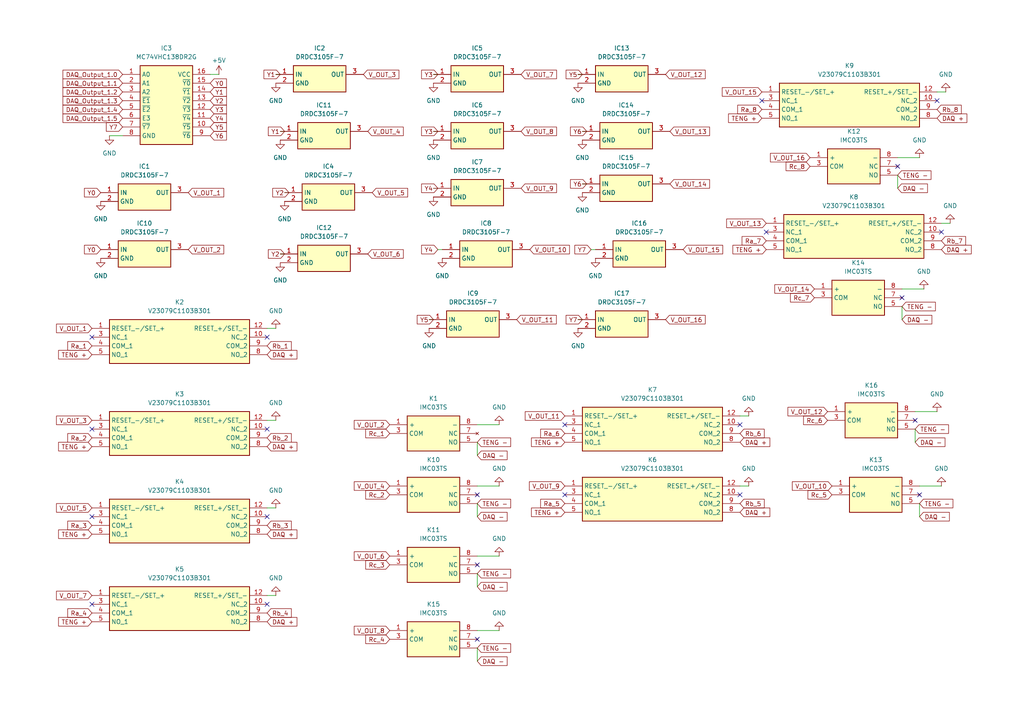
<source format=kicad_sch>
(kicad_sch (version 20231120) (generator "eeschema") (generator_version "8.0")
  (paper "A4")
  (no_connect (at 77.47 124.46))
  (no_connect (at 26.67 124.46))
  (no_connect (at 222.25 67.31))
  (no_connect (at 77.47 175.26))
  (no_connect (at 220.98 29.21))
  (no_connect (at 273.05 67.31))
  (no_connect (at 261.62 86.36))
  (no_connect (at 138.43 143.51))
  (no_connect (at 163.83 123.19))
  (no_connect (at 77.47 149.86))
  (no_connect (at 26.67 175.26))
  (no_connect (at 265.43 121.92))
  (no_connect (at 214.63 143.51))
  (no_connect (at 266.7 143.51))
  (no_connect (at 26.67 149.86))
  (no_connect (at 260.35 48.26))
  (no_connect (at 271.78 29.21))
  (no_connect (at 138.43 185.42))
  (no_connect (at 77.47 97.79))
  (no_connect (at 26.67 97.79))
  (no_connect (at 163.83 143.51))
  (no_connect (at 138.43 163.83))
  (no_connect (at 214.63 123.19))
  (wire (pts (xy 267.97 83.82) (xy 261.62 83.82)))
  (wire (pts (xy 261.62 92.71) (xy 261.62 88.9)))
  (wire (pts (xy 80.01 95.25) (xy 77.47 95.25)))
  (wire (pts (xy 80.01 147.32) (xy 77.47 147.32)))
  (wire (pts (xy 35.56 39.37) (xy 31.75 39.37)))
  (wire (pts (xy 82.55 73.66) (xy 81.28 73.66)))
  (wire (pts (xy 144.78 182.88) (xy 138.43 182.88)))
  (wire (pts (xy 274.32 26.67) (xy 271.78 26.67)))
  (wire (pts (xy 138.43 191.77) (xy 138.43 187.96)))
  (wire (pts (xy 127 72.39) (xy 128.27 72.39)))
  (wire (pts (xy 265.43 128.27) (xy 265.43 124.46)))
  (wire (pts (xy 125.73 92.71) (xy 124.46 92.71)))
  (wire (pts (xy 168.91 92.71) (xy 167.64 92.71)))
  (wire (pts (xy 81.28 21.59) (xy 80.01 21.59)))
  (wire (pts (xy 83.82 55.88) (xy 82.55 55.88)))
  (wire (pts (xy 138.43 170.18) (xy 138.43 166.37)))
  (wire (pts (xy 60.96 21.59) (xy 63.5 21.59)))
  (wire (pts (xy 266.7 149.86) (xy 266.7 146.05)))
  (wire (pts (xy 260.35 54.61) (xy 260.35 50.8)))
  (wire (pts (xy 217.17 120.65) (xy 214.63 120.65)))
  (wire (pts (xy 273.05 140.97) (xy 266.7 140.97)))
  (wire (pts (xy 127 54.61) (xy 125.73 54.61)))
  (wire (pts (xy 82.55 38.1) (xy 81.28 38.1)))
  (wire (pts (xy 171.45 72.39) (xy 172.72 72.39)))
  (wire (pts (xy 170.18 38.1) (xy 168.91 38.1)))
  (wire (pts (xy 138.43 132.08) (xy 138.43 128.27)))
  (wire (pts (xy 144.78 140.97) (xy 138.43 140.97)))
  (wire (pts (xy 271.78 119.38) (xy 265.43 119.38)))
  (wire (pts (xy 127 38.1) (xy 125.73 38.1)))
  (wire (pts (xy 80.01 121.92) (xy 77.47 121.92)))
  (wire (pts (xy 144.78 161.29) (xy 138.43 161.29)))
  (wire (pts (xy 168.91 21.59) (xy 167.64 21.59)))
  (wire (pts (xy 127 21.59) (xy 125.73 21.59)))
  (wire (pts (xy 170.18 53.34) (xy 168.91 53.34)))
  (wire (pts (xy 144.78 123.19) (xy 138.43 123.19)))
  (wire (pts (xy 275.59 64.77) (xy 273.05 64.77)))
  (wire (pts (xy 80.01 172.72) (xy 77.47 172.72)))
  (wire (pts (xy 138.43 149.86) (xy 138.43 146.05)))
  (wire (pts (xy 217.17 140.97) (xy 214.63 140.97)))
  (wire (pts (xy 266.7 45.72) (xy 260.35 45.72)))
  (global_label "Rc_7" (shape input) (at 236.22 86.36 180) (property "Intersheetrefs" "${INTERSHEET_REFS}" (effects (hide yes))))
  (global_label "Y3" (shape input) (at 127 38.1 180) (property "Intersheetrefs" "${INTERSHEET_REFS}" (effects (hide yes))))
  (global_label "V_OUT_13" (shape input) (at 222.25 64.77 180) (property "Intersheetrefs" "${INTERSHEET_REFS}" (effects (hide yes))))
  (global_label "Y7" (shape input) (at 168.91 92.71 180) (property "Intersheetrefs" "${INTERSHEET_REFS}" (effects (hide yes))))
  (global_label "Y2" (shape input) (at 60.96 29.21 0) (property "Intersheetrefs" "${INTERSHEET_REFS}" (effects (hide yes))))
  (global_label "V_OUT_8" (shape input) (at 113.03 182.88 180) (property "Intersheetrefs" "${INTERSHEET_REFS}" (effects (hide yes))))
  (global_label "V_OUT_3" (shape input) (at 26.67 121.92 180) (property "Intersheetrefs" "${INTERSHEET_REFS}" (effects (hide yes))))
  (global_label "TENG -" (shape input) (at 138.43 128.27 0) (property "Intersheetrefs" "${INTERSHEET_REFS}" (effects (hide yes))))
  (global_label "Ra_5" (shape input) (at 163.83 146.05 180) (property "Intersheetrefs" "${INTERSHEET_REFS}" (effects (hide yes))))
  (global_label "TENG +" (shape input) (at 222.25 72.39 180) (property "Intersheetrefs" "${INTERSHEET_REFS}" (effects (hide yes))))
  (global_label "DAQ_Output_1.2" (shape input) (at 35.56 26.67 180) (property "Intersheetrefs" "${INTERSHEET_REFS}" (effects (hide yes))))
  (global_label "V_OUT_5" (shape input) (at 107.95 55.88 0) (property "Intersheetrefs" "${INTERSHEET_REFS}" (effects (hide yes))))
  (global_label "Y1" (shape input) (at 82.55 38.1 180) (property "Intersheetrefs" "${INTERSHEET_REFS}" (effects (hide yes))))
  (global_label "DAQ -" (shape input) (at 265.43 128.27 0) (property "Intersheetrefs" "${INTERSHEET_REFS}" (effects (hide yes))))
  (global_label "Y6" (shape input) (at 170.18 53.34 180) (property "Intersheetrefs" "${INTERSHEET_REFS}" (effects (hide yes))))
  (global_label "TENG -" (shape input) (at 265.43 124.46 0) (property "Intersheetrefs" "${INTERSHEET_REFS}" (effects (hide yes))))
  (global_label "V_OUT_12" (shape input) (at 240.03 119.38 180) (property "Intersheetrefs" "${INTERSHEET_REFS}" (effects (hide yes))))
  (global_label "Y2" (shape input) (at 83.82 55.88 180) (property "Intersheetrefs" "${INTERSHEET_REFS}" (effects (hide yes))))
  (global_label "TENG +" (shape input) (at 220.98 34.29 180) (property "Intersheetrefs" "${INTERSHEET_REFS}" (effects (hide yes))))
  (global_label "Y3" (shape input) (at 127 21.59 180) (property "Intersheetrefs" "${INTERSHEET_REFS}" (effects (hide yes))))
  (global_label "DAQ +" (shape input) (at 77.47 154.94 0) (property "Intersheetrefs" "${INTERSHEET_REFS}" (effects (hide yes))))
  (global_label "Rc_8" (shape input) (at 234.95 48.26 180) (property "Intersheetrefs" "${INTERSHEET_REFS}" (effects (hide yes))))
  (global_label "Rc_3" (shape input) (at 113.03 163.83 180) (property "Intersheetrefs" "${INTERSHEET_REFS}" (effects (hide yes))))
  (global_label "V_OUT_8" (shape input) (at 151.13 38.1 0) (property "Intersheetrefs" "${INTERSHEET_REFS}" (effects (hide yes))))
  (global_label "Y0" (shape input) (at 29.21 55.88 180) (property "Intersheetrefs" "${INTERSHEET_REFS}" (effects (hide yes))))
  (global_label "V_OUT_11" (shape input) (at 149.86 92.71 0) (property "Intersheetrefs" "${INTERSHEET_REFS}" (effects (hide yes))))
  (global_label "TENG -" (shape input) (at 266.7 146.05 0) (property "Intersheetrefs" "${INTERSHEET_REFS}" (effects (hide yes))))
  (global_label "Y1" (shape input) (at 60.96 26.67 0) (property "Intersheetrefs" "${INTERSHEET_REFS}" (effects (hide yes))))
  (global_label "DAQ +" (shape input) (at 214.63 128.27 0) (property "Intersheetrefs" "${INTERSHEET_REFS}" (effects (hide yes))))
  (global_label "Rb_7" (shape input) (at 273.05 69.85 0) (property "Intersheetrefs" "${INTERSHEET_REFS}" (effects (hide yes))))
  (global_label "TENG -" (shape input) (at 260.35 50.8 0) (property "Intersheetrefs" "${INTERSHEET_REFS}" (effects (hide yes))))
  (global_label "V_OUT_7" (shape input) (at 26.67 172.72 180) (property "Intersheetrefs" "${INTERSHEET_REFS}" (effects (hide yes))))
  (global_label "Ra_8" (shape input) (at 220.98 31.75 180) (property "Intersheetrefs" "${INTERSHEET_REFS}" (effects (hide yes))))
  (global_label "DAQ -" (shape input) (at 138.43 191.77 0) (property "Intersheetrefs" "${INTERSHEET_REFS}" (effects (hide yes))))
  (global_label "TENG +" (shape input) (at 26.67 102.87 180) (property "Intersheetrefs" "${INTERSHEET_REFS}" (effects (hide yes))))
  (global_label "V_OUT_15" (shape input) (at 220.98 26.67 180) (property "Intersheetrefs" "${INTERSHEET_REFS}" (effects (hide yes))))
  (global_label "Ra_1" (shape input) (at 26.67 100.33 180) (property "Intersheetrefs" "${INTERSHEET_REFS}" (effects (hide yes))))
  (global_label "Rc_6" (shape input) (at 240.03 121.92 180) (property "Intersheetrefs" "${INTERSHEET_REFS}" (effects (hide yes))))
  (global_label "Ra_4" (shape input) (at 26.67 177.8 180) (property "Intersheetrefs" "${INTERSHEET_REFS}" (effects (hide yes))))
  (global_label "DAQ_Output_1.0" (shape input) (at 35.56 21.59 180) (property "Intersheetrefs" "${INTERSHEET_REFS}" (effects (hide yes))))
  (global_label "V_OUT_13" (shape input) (at 194.31 38.1 0) (property "Intersheetrefs" "${INTERSHEET_REFS}" (effects (hide yes))))
  (global_label "TENG -" (shape input) (at 138.43 166.37 0) (property "Intersheetrefs" "${INTERSHEET_REFS}" (effects (hide yes))))
  (global_label "DAQ +" (shape input) (at 77.47 129.54 0) (property "Intersheetrefs" "${INTERSHEET_REFS}" (effects (hide yes))))
  (global_label "V_OUT_11" (shape input) (at 163.83 120.65 180) (property "Intersheetrefs" "${INTERSHEET_REFS}" (effects (hide yes))))
  (global_label "Rc_4" (shape input) (at 113.03 185.42 180) (property "Intersheetrefs" "${INTERSHEET_REFS}" (effects (hide yes))))
  (global_label "DAQ_Output_1.4" (shape input) (at 35.56 31.75 180) (property "Intersheetrefs" "${INTERSHEET_REFS}" (effects (hide yes))))
  (global_label "V_OUT_1" (shape input) (at 26.67 95.25 180) (property "Intersheetrefs" "${INTERSHEET_REFS}" (effects (hide yes))))
  (global_label "V_OUT_9" (shape input) (at 151.13 54.61 0) (property "Intersheetrefs" "${INTERSHEET_REFS}" (effects (hide yes))))
  (global_label "Rc_1" (shape input) (at 113.03 125.73 180) (property "Intersheetrefs" "${INTERSHEET_REFS}" (effects (hide yes))))
  (global_label "DAQ_Output_1.1" (shape input) (at 35.56 24.13 180) (property "Intersheetrefs" "${INTERSHEET_REFS}" (effects (hide yes))))
  (global_label "Rb_3" (shape input) (at 77.47 152.4 0) (property "Intersheetrefs" "${INTERSHEET_REFS}" (effects (hide yes))))
  (global_label "Y2" (shape input) (at 82.55 73.66 180) (property "Intersheetrefs" "${INTERSHEET_REFS}" (effects (hide yes))))
  (global_label "DAQ -" (shape input) (at 260.35 54.61 0) (property "Intersheetrefs" "${INTERSHEET_REFS}" (effects (hide yes))))
  (global_label "V_OUT_16" (shape input) (at 234.95 45.72 180) (property "Intersheetrefs" "${INTERSHEET_REFS}" (effects (hide yes))))
  (global_label "DAQ -" (shape input) (at 138.43 132.08 0) (property "Intersheetrefs" "${INTERSHEET_REFS}" (effects (hide yes))))
  (global_label "V_OUT_4" (shape input) (at 113.03 140.97 180) (property "Intersheetrefs" "${INTERSHEET_REFS}" (effects (hide yes))))
  (global_label "V_OUT_5" (shape input) (at 26.67 147.32 180) (property "Intersheetrefs" "${INTERSHEET_REFS}" (effects (hide yes))))
  (global_label "Rb_8" (shape input) (at 271.78 31.75 0) (property "Intersheetrefs" "${INTERSHEET_REFS}" (effects (hide yes))))
  (global_label "V_OUT_7" (shape input) (at 151.13 21.59 0) (property "Intersheetrefs" "${INTERSHEET_REFS}" (effects (hide yes))))
  (global_label "V_OUT_3" (shape input) (at 105.41 21.59 0) (property "Intersheetrefs" "${INTERSHEET_REFS}" (effects (hide yes))))
  (global_label "DAQ +" (shape input) (at 77.47 180.34 0) (property "Intersheetrefs" "${INTERSHEET_REFS}" (effects (hide yes))))
  (global_label "Y5" (shape input) (at 125.73 92.71 180) (property "Intersheetrefs" "${INTERSHEET_REFS}" (effects (hide yes))))
  (global_label "V_OUT_2" (shape input) (at 113.03 123.19 180) (property "Intersheetrefs" "${INTERSHEET_REFS}" (effects (hide yes))))
  (global_label "Rb_4" (shape input) (at 77.47 177.8 0) (property "Intersheetrefs" "${INTERSHEET_REFS}" (effects (hide yes))))
  (global_label "Y6" (shape input) (at 170.18 38.1 180) (property "Intersheetrefs" "${INTERSHEET_REFS}" (effects (hide yes))))
  (global_label "TENG +" (shape input) (at 26.67 154.94 180) (property "Intersheetrefs" "${INTERSHEET_REFS}" (effects (hide yes))))
  (global_label "V_OUT_2" (shape input) (at 54.61 72.39 0) (property "Intersheetrefs" "${INTERSHEET_REFS}" (effects (hide yes))))
  (global_label "Y4" (shape input) (at 60.96 34.29 0) (property "Intersheetrefs" "${INTERSHEET_REFS}" (effects (hide yes))))
  (global_label "V_OUT_1" (shape input) (at 54.61 55.88 0) (property "Intersheetrefs" "${INTERSHEET_REFS}" (effects (hide yes))))
  (global_label "Rb_2" (shape input) (at 77.47 127 0) (property "Intersheetrefs" "${INTERSHEET_REFS}" (effects (hide yes))))
  (global_label "V_OUT_9" (shape input) (at 163.83 140.97 180) (property "Intersheetrefs" "${INTERSHEET_REFS}" (effects (hide yes))))
  (global_label "V_OUT_6" (shape input) (at 113.03 161.29 180) (property "Intersheetrefs" "${INTERSHEET_REFS}" (effects (hide yes))))
  (global_label "DAQ -" (shape input) (at 261.62 92.71 0) (property "Intersheetrefs" "${INTERSHEET_REFS}" (effects (hide yes))))
  (global_label "DAQ -" (shape input) (at 138.43 170.18 0) (property "Intersheetrefs" "${INTERSHEET_REFS}" (effects (hide yes))))
  (global_label "DAQ_Output_1.5" (shape input) (at 35.56 34.29 180) (property "Intersheetrefs" "${INTERSHEET_REFS}" (effects (hide yes))))
  (global_label "Y7" (shape input) (at 171.45 72.39 180) (property "Intersheetrefs" "${INTERSHEET_REFS}" (effects (hide yes))))
  (global_label "TENG -" (shape input) (at 261.62 88.9 0) (property "Intersheetrefs" "${INTERSHEET_REFS}" (effects (hide yes))))
  (global_label "V_OUT_15" (shape input) (at 198.12 72.39 0) (property "Intersheetrefs" "${INTERSHEET_REFS}" (effects (hide yes))))
  (global_label "V_OUT_16" (shape input) (at 193.04 92.71 0) (property "Intersheetrefs" "${INTERSHEET_REFS}" (effects (hide yes))))
  (global_label "Y4" (shape input) (at 127 54.61 180) (property "Intersheetrefs" "${INTERSHEET_REFS}" (effects (hide yes))))
  (global_label "V_OUT_12" (shape input) (at 193.04 21.59 0) (property "Intersheetrefs" "${INTERSHEET_REFS}" (effects (hide yes))))
  (global_label "Y1" (shape input) (at 81.28 21.59 180) (property "Intersheetrefs" "${INTERSHEET_REFS}" (effects (hide yes))))
  (global_label "V_OUT_14" (shape input) (at 194.31 53.34 0) (property "Intersheetrefs" "${INTERSHEET_REFS}" (effects (hide yes))))
  (global_label "Rb_5" (shape input) (at 214.63 146.05 0) (property "Intersheetrefs" "${INTERSHEET_REFS}" (effects (hide yes))))
  (global_label "TENG +" (shape input) (at 163.83 128.27 180) (property "Intersheetrefs" "${INTERSHEET_REFS}" (effects (hide yes))))
  (global_label "DAQ +" (shape input) (at 214.63 148.59 0) (property "Intersheetrefs" "${INTERSHEET_REFS}" (effects (hide yes))))
  (global_label "TENG +" (shape input) (at 26.67 180.34 180) (property "Intersheetrefs" "${INTERSHEET_REFS}" (effects (hide yes))))
  (global_label "Y3" (shape input) (at 60.96 31.75 0) (property "Intersheetrefs" "${INTERSHEET_REFS}" (effects (hide yes))))
  (global_label "DAQ +" (shape input) (at 77.47 102.87 0) (property "Intersheetrefs" "${INTERSHEET_REFS}" (effects (hide yes))))
  (global_label "DAQ -" (shape input) (at 266.7 149.86 0) (property "Intersheetrefs" "${INTERSHEET_REFS}" (effects (hide yes))))
  (global_label "Ra_7" (shape input) (at 222.25 69.85 180) (property "Intersheetrefs" "${INTERSHEET_REFS}" (effects (hide yes))))
  (global_label "DAQ -" (shape input) (at 138.43 149.86 0) (property "Intersheetrefs" "${INTERSHEET_REFS}" (effects (hide yes))))
  (global_label "TENG -" (shape input) (at 138.43 187.96 0) (property "Intersheetrefs" "${INTERSHEET_REFS}" (effects (hide yes))))
  (global_label "Y5" (shape input) (at 168.91 21.59 180) (property "Intersheetrefs" "${INTERSHEET_REFS}" (effects (hide yes))))
  (global_label "V_OUT_10" (shape input) (at 153.67 72.39 0) (property "Intersheetrefs" "${INTERSHEET_REFS}" (effects (hide yes))))
  (global_label "V_OUT_6" (shape input) (at 106.68 73.66 0) (property "Intersheetrefs" "${INTERSHEET_REFS}" (effects (hide yes))))
  (global_label "Rc_5" (shape input) (at 241.3 143.51 180) (property "Intersheetrefs" "${INTERSHEET_REFS}" (effects (hide yes))))
  (global_label "Y5" (shape input) (at 60.96 36.83 0) (property "Intersheetrefs" "${INTERSHEET_REFS}" (effects (hide yes))))
  (global_label "Rc_2" (shape input) (at 113.03 143.51 180) (property "Intersheetrefs" "${INTERSHEET_REFS}" (effects (hide yes))))
  (global_label "Y0" (shape input) (at 29.21 72.39 180) (property "Intersheetrefs" "${INTERSHEET_REFS}" (effects (hide yes))))
  (global_label "Ra_6" (shape input) (at 163.83 125.73 180) (property "Intersheetrefs" "${INTERSHEET_REFS}" (effects (hide yes))))
  (global_label "TENG +" (shape input) (at 163.83 148.59 180) (property "Intersheetrefs" "${INTERSHEET_REFS}" (effects (hide yes))))
  (global_label "DAQ +" (shape input) (at 271.78 34.29 0) (property "Intersheetrefs" "${INTERSHEET_REFS}" (effects (hide yes))))
  (global_label "V_OUT_14" (shape input) (at 236.22 83.82 180) (property "Intersheetrefs" "${INTERSHEET_REFS}" (effects (hide yes))))
  (global_label "Y0" (shape input) (at 60.96 24.13 0) (property "Intersheetrefs" "${INTERSHEET_REFS}" (effects (hide yes))))
  (global_label "DAQ +" (shape input) (at 273.05 72.39 0) (property "Intersheetrefs" "${INTERSHEET_REFS}" (effects (hide yes))))
  (global_label "TENG +" (shape input) (at 26.67 129.54 180) (property "Intersheetrefs" "${INTERSHEET_REFS}" (effects (hide yes))))
  (global_label "TENG -" (shape input) (at 138.43 146.05 0) (property "Intersheetrefs" "${INTERSHEET_REFS}" (effects (hide yes))))
  (global_label "DAQ_Output_1.3" (shape input) (at 35.56 29.21 180) (property "Intersheetrefs" "${INTERSHEET_REFS}" (effects (hide yes))))
  (global_label "Ra_2" (shape input) (at 26.67 127 180) (property "Intersheetrefs" "${INTERSHEET_REFS}" (effects (hide yes))))
  (global_label "Y4" (shape input) (at 127 72.39 180) (property "Intersheetrefs" "${INTERSHEET_REFS}" (effects (hide yes))))
  (global_label "Rb_1" (shape input) (at 77.47 100.33 0) (property "Intersheetrefs" "${INTERSHEET_REFS}" (effects (hide yes))))
  (global_label "Rb_6" (shape input) (at 214.63 125.73 0) (property "Intersheetrefs" "${INTERSHEET_REFS}" (effects (hide yes))))
  (global_label "V_OUT_4" (shape input) (at 106.68 38.1 0) (property "Intersheetrefs" "${INTERSHEET_REFS}" (effects (hide yes))))
  (global_label "Y6" (shape input) (at 60.96 39.37 0) (property "Intersheetrefs" "${INTERSHEET_REFS}" (effects (hide yes))))
  (global_label "Y7" (shape input) (at 35.56 36.83 180) (property "Intersheetrefs" "${INTERSHEET_REFS}" (effects (hide yes))))
  (global_label "V_OUT_10" (shape input) (at 241.3 140.97 180) (property "Intersheetrefs" "${INTERSHEET_REFS}" (effects (hide yes))))
  (global_label "Ra_3" (shape input) (at 26.67 152.4 180) (property "Intersheetrefs" "${INTERSHEET_REFS}" (effects (hide yes))))
  (symbol (lib_id "power:GND") (at 217.17 120.65 0) (mirror x) (unit 1)
    (property "Reference" "#PWR017" (effects (hide yes)))
    (property "Value" "GND" (at 217.17 115.57 0))
    (property "Description" "Power symbol creates a global label with name \"GND\" , ground" (effects (hide yes)))
  )
  (symbol (lib_id "SamacSys_Parts:DRDC3105F-7") (at 167.64 92.71 0) (unit 1)
    (property "Reference" "IC17" (at 180.34 85.09 0))
    (property "Value" "DRDC3105F-7" (at 180.34 87.63 0))
    (property "Footprint" "SOT96P240X110-3N" (effects (hide yes)))
    (property "Datasheet" "https://www.diodes.com//assets/Datasheets/DRDC3105.pdf" (effects (hide yes)))
    (property "Description" "DiodesZetex DRDC3105F-7, MOSFET Power Driver, 500mA, 3  5 V, 3-Pin SOT-23" (effects (hide yes)))
    (property "Height" "1.1" (effects (hide yes)))
    (property "Manufacturer_Name" "Diodes Incorporated" (effects (hide yes)))
    (property "Manufacturer_Part_Number" "DRDC3105F-7" (effects (hide yes)))
    (property "Mouser Part Number" "621-DRDC3105F-7" (effects (hide yes)))
    (property "Mouser Price/Stock" "https://www.mouser.co.uk/ProductDetail/Diodes-Incorporated/DRDC3105F-7?qs=aAJSmuGJF4GVQptonL%2FTlg%3D%3D" (effects (hide yes)))
    (property "Arrow Part Number" "DRDC3105F-7" (effects (hide yes)))
    (property "Arrow Price/Stock" "https://www.arrow.com/en/products/drdc3105f-7/diodes-incorporated" (effects (hide yes)))
  )
  (symbol (lib_id "SamacSys_Parts:IMC03TS") (at 240.03 119.38 0) (unit 1)
    (property "Reference" "K16" (at 252.73 111.76 0))
    (property "Value" "IMC03TS" (at 252.73 114.3 0))
    (property "Footprint" "IMC03TS" (effects (hide yes)))
    (property "Datasheet" "https://componentsearchengine.com/Datasheets/1/IMC03TS.pdf" (effects (hide yes)))
    (property "Description" "TE CONNECTIVITY - IMC03TS - RELAY, SIGNAL, SPDT, 30VDC, 2A" (effects (hide yes)))
    (property "Height" "5" (effects (hide yes)))
    (property "Manufacturer_Name" "TE Connectivity" (effects (hide yes)))
    (property "Manufacturer_Part_Number" "IMC03TS" (effects (hide yes)))
    (property "Mouser Part Number" "655-IMC03TS" (effects (hide yes)))
    (property "Mouser Price/Stock" "https://www.mouser.co.uk/ProductDetail/TE-Connectivity/IMC03TS?qs=cjQ5B1jJSzR1ZiTl5Tzf3w%3D%3D" (effects (hide yes)))
    (property "Arrow Part Number" "IMC03TS" (effects (hide yes)))
    (property "Arrow Price/Stock" "https://www.arrow.com/en/products/imc03ts/te-connectivity?region=nac" (effects (hide yes)))
  )
  (symbol (lib_id "SamacSys_Parts:V23079C1103B301") (at 26.67 95.25 0) (unit 1)
    (property "Reference" "K2" (at 52.07 87.63 0))
    (property "Value" "V23079C1103B301" (at 52.07 90.17 0))
    (property "Footprint" "V23079A1001B301" (effects (hide yes)))
    (property "Datasheet" "https://www.te.com/commerce/DocumentDelivery/DDEController?Action=showdoc&DocId=Specification+Or+Standard%7F108-98002%7FZ5%7Fpdf%7FEnglish%7FENG_SS_108-98002_Z5.pdf%7F4-1393788-8" (effects (hide yes)))
    (property "Description" "Relay,signal,PCB,DPDT,2A,12Vdc,latching" (effects (hide yes)))
    (property "Height" "9" (effects (hide yes)))
    (property "Manufacturer_Name" "TE Connectivity" (effects (hide yes)))
    (property "Manufacturer_Part_Number" "V23079C1103B301" (effects (hide yes)))
    (property "Mouser Part Number" "655-V23079C1103B301" (effects (hide yes)))
    (property "Mouser Price/Stock" "https://www.mouser.co.uk/ProductDetail/TE-Connectivity-PB/V23079C1103B301?qs=CNrsY6Bml5mJjfpRR1yORw%3D%3D" (effects (hide yes)))
    (property "Arrow Part Number" "V23079C1103B301" (effects (hide yes)))
    (property "Arrow Price/Stock" "https://www.arrow.com/en/products/v23079c1103b301/te-connectivity?region=nac" (effects (hide yes)))
  )
  (symbol (lib_id "SamacSys_Parts:DRDC3105F-7") (at 168.91 38.1 0) (unit 1)
    (property "Reference" "IC14" (at 181.61 30.48 0))
    (property "Value" "DRDC3105F-7" (at 181.61 33.02 0))
    (property "Footprint" "SOT96P240X110-3N" (effects (hide yes)))
    (property "Datasheet" "https://www.diodes.com//assets/Datasheets/DRDC3105.pdf" (effects (hide yes)))
    (property "Description" "DiodesZetex DRDC3105F-7, MOSFET Power Driver, 500mA, 3  5 V, 3-Pin SOT-23" (effects (hide yes)))
    (property "Height" "1.1" (effects (hide yes)))
    (property "Manufacturer_Name" "Diodes Incorporated" (effects (hide yes)))
    (property "Manufacturer_Part_Number" "DRDC3105F-7" (effects (hide yes)))
    (property "Mouser Part Number" "621-DRDC3105F-7" (effects (hide yes)))
    (property "Mouser Price/Stock" "https://www.mouser.co.uk/ProductDetail/Diodes-Incorporated/DRDC3105F-7?qs=aAJSmuGJF4GVQptonL%2FTlg%3D%3D" (effects (hide yes)))
    (property "Arrow Part Number" "DRDC3105F-7" (effects (hide yes)))
    (property "Arrow Price/Stock" "https://www.arrow.com/en/products/drdc3105f-7/diodes-incorporated" (effects (hide yes)))
  )
  (symbol (lib_id "SamacSys_Parts:DRDC3105F-7") (at 29.21 55.88 0) (unit 1)
    (property "Reference" "IC1" (at 41.91 48.26 0))
    (property "Value" "DRDC3105F-7" (at 41.91 50.8 0))
    (property "Footprint" "SOT96P240X110-3N" (effects (hide yes)))
    (property "Datasheet" "https://www.diodes.com//assets/Datasheets/DRDC3105.pdf" (effects (hide yes)))
    (property "Description" "DiodesZetex DRDC3105F-7, MOSFET Power Driver, 500mA, 3  5 V, 3-Pin SOT-23" (effects (hide yes)))
    (property "Height" "1.1" (effects (hide yes)))
    (property "Manufacturer_Name" "Diodes Incorporated" (effects (hide yes)))
    (property "Manufacturer_Part_Number" "DRDC3105F-7" (effects (hide yes)))
    (property "Mouser Part Number" "621-DRDC3105F-7" (effects (hide yes)))
    (property "Mouser Price/Stock" "https://www.mouser.co.uk/ProductDetail/Diodes-Incorporated/DRDC3105F-7?qs=aAJSmuGJF4GVQptonL%2FTlg%3D%3D" (effects (hide yes)))
    (property "Arrow Part Number" "DRDC3105F-7" (effects (hide yes)))
    (property "Arrow Price/Stock" "https://www.arrow.com/en/products/drdc3105f-7/diodes-incorporated" (effects (hide yes)))
  )
  (symbol (lib_id "SamacSys_Parts:IMC03TS") (at 113.03 161.29 0) (unit 1)
    (property "Reference" "K11" (at 125.73 153.67 0))
    (property "Value" "IMC03TS" (at 125.73 156.21 0))
    (property "Footprint" "IMC03TS" (effects (hide yes)))
    (property "Datasheet" "https://componentsearchengine.com/Datasheets/1/IMC03TS.pdf" (effects (hide yes)))
    (property "Description" "TE CONNECTIVITY - IMC03TS - RELAY, SIGNAL, SPDT, 30VDC, 2A" (effects (hide yes)))
    (property "Height" "5" (effects (hide yes)))
    (property "Manufacturer_Name" "TE Connectivity" (effects (hide yes)))
    (property "Manufacturer_Part_Number" "IMC03TS" (effects (hide yes)))
    (property "Mouser Part Number" "655-IMC03TS" (effects (hide yes)))
    (property "Mouser Price/Stock" "https://www.mouser.co.uk/ProductDetail/TE-Connectivity/IMC03TS?qs=cjQ5B1jJSzR1ZiTl5Tzf3w%3D%3D" (effects (hide yes)))
    (property "Arrow Part Number" "IMC03TS" (effects (hide yes)))
    (property "Arrow Price/Stock" "https://www.arrow.com/en/products/imc03ts/te-connectivity?region=nac" (effects (hide yes)))
  )
  (symbol (lib_id "power:GND") (at 274.32 26.67 0) (mirror x) (unit 1)
    (property "Reference" "#PWR019" (effects (hide yes)))
    (property "Value" "GND" (at 274.32 21.59 0))
    (property "Description" "Power symbol creates a global label with name \"GND\" , ground" (effects (hide yes)))
  )
  (symbol (lib_id "power:GND") (at 125.73 24.13 0) (unit 1)
    (property "Reference" "#PWR08" (effects (hide yes)))
    (property "Value" "GND" (at 125.73 29.21 0))
    (property "Description" "Power symbol creates a global label with name \"GND\" , ground" (effects (hide yes)))
  )
  (symbol (lib_id "power:GND") (at 271.78 119.38 0) (mirror x) (unit 1)
    (property "Reference" "#PWR026" (effects (hide yes)))
    (property "Value" "GND" (at 271.78 114.3 0))
    (property "Description" "Power symbol creates a global label with name \"GND\" , ground" (effects (hide yes)))
  )
  (symbol (lib_id "SamacSys_Parts:DRDC3105F-7") (at 82.55 55.88 0) (unit 1)
    (property "Reference" "IC4" (at 95.25 48.26 0))
    (property "Value" "DRDC3105F-7" (at 95.25 50.8 0))
    (property "Footprint" "SOT96P240X110-3N" (effects (hide yes)))
    (property "Datasheet" "https://www.diodes.com//assets/Datasheets/DRDC3105.pdf" (effects (hide yes)))
    (property "Description" "DiodesZetex DRDC3105F-7, MOSFET Power Driver, 500mA, 3  5 V, 3-Pin SOT-23" (effects (hide yes)))
    (property "Height" "1.1" (effects (hide yes)))
    (property "Manufacturer_Name" "Diodes Incorporated" (effects (hide yes)))
    (property "Manufacturer_Part_Number" "DRDC3105F-7" (effects (hide yes)))
    (property "Mouser Part Number" "621-DRDC3105F-7" (effects (hide yes)))
    (property "Mouser Price/Stock" "https://www.mouser.co.uk/ProductDetail/Diodes-Incorporated/DRDC3105F-7?qs=aAJSmuGJF4GVQptonL%2FTlg%3D%3D" (effects (hide yes)))
    (property "Arrow Part Number" "DRDC3105F-7" (effects (hide yes)))
    (property "Arrow Price/Stock" "https://www.arrow.com/en/products/drdc3105f-7/diodes-incorporated" (effects (hide yes)))
  )
  (symbol (lib_id "SamacSys_Parts:DRDC3105F-7") (at 81.28 73.66 0) (unit 1)
    (property "Reference" "IC12" (at 93.98 66.04 0))
    (property "Value" "DRDC3105F-7" (at 93.98 68.58 0))
    (property "Footprint" "SOT96P240X110-3N" (effects (hide yes)))
    (property "Datasheet" "https://www.diodes.com//assets/Datasheets/DRDC3105.pdf" (effects (hide yes)))
    (property "Description" "DiodesZetex DRDC3105F-7, MOSFET Power Driver, 500mA, 3  5 V, 3-Pin SOT-23" (effects (hide yes)))
    (property "Height" "1.1" (effects (hide yes)))
    (property "Manufacturer_Name" "Diodes Incorporated" (effects (hide yes)))
    (property "Manufacturer_Part_Number" "DRDC3105F-7" (effects (hide yes)))
    (property "Mouser Part Number" "621-DRDC3105F-7" (effects (hide yes)))
    (property "Mouser Price/Stock" "https://www.mouser.co.uk/ProductDetail/Diodes-Incorporated/DRDC3105F-7?qs=aAJSmuGJF4GVQptonL%2FTlg%3D%3D" (effects (hide yes)))
    (property "Arrow Part Number" "DRDC3105F-7" (effects (hide yes)))
    (property "Arrow Price/Stock" "https://www.arrow.com/en/products/drdc3105f-7/diodes-incorporated" (effects (hide yes)))
  )
  (symbol (lib_id "SamacSys_Parts:IMC03TS") (at 236.22 83.82 0) (unit 1)
    (property "Reference" "K14" (at 248.92 76.2 0))
    (property "Value" "IMC03TS" (at 248.92 78.74 0))
    (property "Footprint" "IMC03TS" (effects (hide yes)))
    (property "Datasheet" "https://componentsearchengine.com/Datasheets/1/IMC03TS.pdf" (effects (hide yes)))
    (property "Description" "TE CONNECTIVITY - IMC03TS - RELAY, SIGNAL, SPDT, 30VDC, 2A" (effects (hide yes)))
    (property "Height" "5" (effects (hide yes)))
    (property "Manufacturer_Name" "TE Connectivity" (effects (hide yes)))
    (property "Manufacturer_Part_Number" "IMC03TS" (effects (hide yes)))
    (property "Mouser Part Number" "655-IMC03TS" (effects (hide yes)))
    (property "Mouser Price/Stock" "https://www.mouser.co.uk/ProductDetail/TE-Connectivity/IMC03TS?qs=cjQ5B1jJSzR1ZiTl5Tzf3w%3D%3D" (effects (hide yes)))
    (property "Arrow Part Number" "IMC03TS" (effects (hide yes)))
    (property "Arrow Price/Stock" "https://www.arrow.com/en/products/imc03ts/te-connectivity?region=nac" (effects (hide yes)))
  )
  (symbol (lib_id "power:GND") (at 144.78 182.88 0) (mirror x) (unit 1)
    (property "Reference" "#PWR025" (effects (hide yes)))
    (property "Value" "GND" (at 144.78 177.8 0))
    (property "Description" "Power symbol creates a global label with name \"GND\" , ground" (effects (hide yes)))
  )
  (symbol (lib_id "SamacSys_Parts:DRDC3105F-7") (at 81.28 38.1 0) (unit 1)
    (property "Reference" "IC11" (at 93.98 30.48 0))
    (property "Value" "DRDC3105F-7" (at 93.98 33.02 0))
    (property "Footprint" "SOT96P240X110-3N" (effects (hide yes)))
    (property "Datasheet" "https://www.diodes.com//assets/Datasheets/DRDC3105.pdf" (effects (hide yes)))
    (property "Description" "DiodesZetex DRDC3105F-7, MOSFET Power Driver, 500mA, 3  5 V, 3-Pin SOT-23" (effects (hide yes)))
    (property "Height" "1.1" (effects (hide yes)))
    (property "Manufacturer_Name" "Diodes Incorporated" (effects (hide yes)))
    (property "Manufacturer_Part_Number" "DRDC3105F-7" (effects (hide yes)))
    (property "Mouser Part Number" "621-DRDC3105F-7" (effects (hide yes)))
    (property "Mouser Price/Stock" "https://www.mouser.co.uk/ProductDetail/Diodes-Incorporated/DRDC3105F-7?qs=aAJSmuGJF4GVQptonL%2FTlg%3D%3D" (effects (hide yes)))
    (property "Arrow Part Number" "DRDC3105F-7" (effects (hide yes)))
    (property "Arrow Price/Stock" "https://www.arrow.com/en/products/drdc3105f-7/diodes-incorporated" (effects (hide yes)))
  )
  (symbol (lib_id "power:GND") (at 125.73 57.15 0) (unit 1)
    (property "Reference" "#PWR010" (effects (hide yes)))
    (property "Value" "GND" (at 125.73 62.23 0))
    (property "Description" "Power symbol creates a global label with name \"GND\" , ground" (effects (hide yes)))
  )
  (symbol (lib_id "SamacSys_Parts:MC74VHC138DR2G") (at 35.56 21.59 0) (unit 1)
    (property "Reference" "IC3" (at 48.26 13.97 0))
    (property "Value" "MC74VHC138DR2G" (at 48.26 16.51 0))
    (property "Footprint" "SOIC127P600X175-16N" (effects (hide yes)))
    (property "Datasheet" "http://www.onsemi.com/pub/Collateral/MC74VHC138-D.PDF" (effects (hide yes)))
    (property "Height" "1.75" (effects (hide yes)))
    (property "Manufacturer_Name" "onsemi" (effects (hide yes)))
    (property "Manufacturer_Part_Number" "MC74VHC138DR2G" (effects (hide yes)))
    (property "Mouser Part Number" "863-MC74VHC138DR2G" (effects (hide yes)))
    (property "Mouser Price/Stock" "https://www.mouser.co.uk/ProductDetail/onsemi/MC74VHC138DR2G?qs=YOLdObVcOZliRjfeSc5aqQ%3D%3D" (effects (hide yes)))
    (property "Arrow Part Number" "MC74VHC138DR2G" (effects (hide yes)))
    (property "Arrow Price/Stock" "https://www.arrow.com/en/products/mc74vhc138dr2g/on-semiconductor?region=nac" (effects (hide yes)))
  )
  (symbol (lib_id "SamacSys_Parts:DRDC3105F-7") (at 167.64 21.59 0) (unit 1)
    (property "Reference" "IC13" (at 180.34 13.97 0))
    (property "Value" "DRDC3105F-7" (at 180.34 16.51 0))
    (property "Footprint" "SOT96P240X110-3N" (effects (hide yes)))
    (property "Datasheet" "https://www.diodes.com//assets/Datasheets/DRDC3105.pdf" (effects (hide yes)))
    (property "Description" "DiodesZetex DRDC3105F-7, MOSFET Power Driver, 500mA, 3  5 V, 3-Pin SOT-23" (effects (hide yes)))
    (property "Height" "1.1" (effects (hide yes)))
    (property "Manufacturer_Name" "Diodes Incorporated" (effects (hide yes)))
    (property "Manufacturer_Part_Number" "DRDC3105F-7" (effects (hide yes)))
    (property "Mouser Part Number" "621-DRDC3105F-7" (effects (hide yes)))
    (property "Mouser Price/Stock" "https://www.mouser.co.uk/ProductDetail/Diodes-Incorporated/DRDC3105F-7?qs=aAJSmuGJF4GVQptonL%2FTlg%3D%3D" (effects (hide yes)))
    (property "Arrow Part Number" "DRDC3105F-7" (effects (hide yes)))
    (property "Arrow Price/Stock" "https://www.arrow.com/en/products/drdc3105f-7/diodes-incorporated" (effects (hide yes)))
  )
  (symbol (lib_id "SamacSys_Parts:IMC03TS") (at 113.03 140.97 0) (unit 1)
    (property "Reference" "K10" (at 125.73 133.35 0))
    (property "Value" "IMC03TS" (at 125.73 135.89 0))
    (property "Footprint" "IMC03TS" (effects (hide yes)))
    (property "Datasheet" "https://componentsearchengine.com/Datasheets/1/IMC03TS.pdf" (effects (hide yes)))
    (property "Description" "TE CONNECTIVITY - IMC03TS - RELAY, SIGNAL, SPDT, 30VDC, 2A" (effects (hide yes)))
    (property "Height" "5" (effects (hide yes)))
    (property "Manufacturer_Name" "TE Connectivity" (effects (hide yes)))
    (property "Manufacturer_Part_Number" "IMC03TS" (effects (hide yes)))
    (property "Mouser Part Number" "655-IMC03TS" (effects (hide yes)))
    (property "Mouser Price/Stock" "https://www.mouser.co.uk/ProductDetail/TE-Connectivity/IMC03TS?qs=cjQ5B1jJSzR1ZiTl5Tzf3w%3D%3D" (effects (hide yes)))
    (property "Arrow Part Number" "IMC03TS" (effects (hide yes)))
    (property "Arrow Price/Stock" "https://www.arrow.com/en/products/imc03ts/te-connectivity?region=nac" (effects (hide yes)))
  )
  (symbol (lib_id "SamacSys_Parts:V23079C1103B301") (at 220.98 26.67 0) (unit 1)
    (property "Reference" "K9" (at 246.38 19.05 0))
    (property "Value" "V23079C1103B301" (at 246.38 21.59 0))
    (property "Footprint" "V23079A1001B301" (effects (hide yes)))
    (property "Datasheet" "https://www.te.com/commerce/DocumentDelivery/DDEController?Action=showdoc&DocId=Specification+Or+Standard%7F108-98002%7FZ5%7Fpdf%7FEnglish%7FENG_SS_108-98002_Z5.pdf%7F4-1393788-8" (effects (hide yes)))
    (property "Description" "Relay,signal,PCB,DPDT,2A,12Vdc,latching" (effects (hide yes)))
    (property "Height" "9" (effects (hide yes)))
    (property "Manufacturer_Name" "TE Connectivity" (effects (hide yes)))
    (property "Manufacturer_Part_Number" "V23079C1103B301" (effects (hide yes)))
    (property "Mouser Part Number" "655-V23079C1103B301" (effects (hide yes)))
    (property "Mouser Price/Stock" "https://www.mouser.co.uk/ProductDetail/TE-Connectivity-PB/V23079C1103B301?qs=CNrsY6Bml5mJjfpRR1yORw%3D%3D" (effects (hide yes)))
    (property "Arrow Part Number" "V23079C1103B301" (effects (hide yes)))
    (property "Arrow Price/Stock" "https://www.arrow.com/en/products/v23079c1103b301/te-connectivity?region=nac" (effects (hide yes)))
  )
  (symbol (lib_id "SamacSys_Parts:V23079C1103B301") (at 163.83 120.65 0) (unit 1)
    (property "Reference" "K7" (at 189.23 113.03 0))
    (property "Value" "V23079C1103B301" (at 189.23 115.57 0))
    (property "Footprint" "V23079A1001B301" (effects (hide yes)))
    (property "Datasheet" "https://www.te.com/commerce/DocumentDelivery/DDEController?Action=showdoc&DocId=Specification+Or+Standard%7F108-98002%7FZ5%7Fpdf%7FEnglish%7FENG_SS_108-98002_Z5.pdf%7F4-1393788-8" (effects (hide yes)))
    (property "Description" "Relay,signal,PCB,DPDT,2A,12Vdc,latching" (effects (hide yes)))
    (property "Height" "9" (effects (hide yes)))
    (property "Manufacturer_Name" "TE Connectivity" (effects (hide yes)))
    (property "Manufacturer_Part_Number" "V23079C1103B301" (effects (hide yes)))
    (property "Mouser Part Number" "655-V23079C1103B301" (effects (hide yes)))
    (property "Mouser Price/Stock" "https://www.mouser.co.uk/ProductDetail/TE-Connectivity-PB/V23079C1103B301?qs=CNrsY6Bml5mJjfpRR1yORw%3D%3D" (effects (hide yes)))
    (property "Arrow Part Number" "V23079C1103B301" (effects (hide yes)))
    (property "Arrow Price/Stock" "https://www.arrow.com/en/products/v23079c1103b301/te-connectivity?region=nac" (effects (hide yes)))
  )
  (symbol (lib_id "power:GND") (at 80.01 121.92 0) (mirror x) (unit 1)
    (property "Reference" "#PWR013" (effects (hide yes)))
    (property "Value" "GND" (at 80.01 116.84 0))
    (property "Description" "Power symbol creates a global label with name \"GND\" , ground" (effects (hide yes)))
  )
  (symbol (lib_id "power:GND") (at 144.78 161.29 0) (mirror x) (unit 1)
    (property "Reference" "#PWR021" (effects (hide yes)))
    (property "Value" "GND" (at 144.78 156.21 0))
    (property "Description" "Power symbol creates a global label with name \"GND\" , ground" (effects (hide yes)))
  )
  (symbol (lib_id "SamacSys_Parts:IMC03TS") (at 241.3 140.97 0) (unit 1)
    (property "Reference" "K13" (at 254 133.35 0))
    (property "Value" "IMC03TS" (at 254 135.89 0))
    (property "Footprint" "IMC03TS" (effects (hide yes)))
    (property "Datasheet" "https://componentsearchengine.com/Datasheets/1/IMC03TS.pdf" (effects (hide yes)))
    (property "Description" "TE CONNECTIVITY - IMC03TS - RELAY, SIGNAL, SPDT, 30VDC, 2A" (effects (hide yes)))
    (property "Height" "5" (effects (hide yes)))
    (property "Manufacturer_Name" "TE Connectivity" (effects (hide yes)))
    (property "Manufacturer_Part_Number" "IMC03TS" (effects (hide yes)))
    (property "Mouser Part Number" "655-IMC03TS" (effects (hide yes)))
    (property "Mouser Price/Stock" "https://www.mouser.co.uk/ProductDetail/TE-Connectivity/IMC03TS?qs=cjQ5B1jJSzR1ZiTl5Tzf3w%3D%3D" (effects (hide yes)))
    (property "Arrow Part Number" "IMC03TS" (effects (hide yes)))
    (property "Arrow Price/Stock" "https://www.arrow.com/en/products/imc03ts/te-connectivity?region=nac" (effects (hide yes)))
  )
  (symbol (lib_id "power:GND") (at 266.7 45.72 0) (mirror x) (unit 1)
    (property "Reference" "#PWR022" (effects (hide yes)))
    (property "Value" "GND" (at 266.7 40.64 0))
    (property "Description" "Power symbol creates a global label with name \"GND\" , ground" (effects (hide yes)))
  )
  (symbol (lib_id "SamacSys_Parts:DRDC3105F-7") (at 29.21 72.39 0) (unit 1)
    (property "Reference" "IC10" (at 41.91 64.77 0))
    (property "Value" "DRDC3105F-7" (at 41.91 67.31 0))
    (property "Footprint" "SOT96P240X110-3N" (effects (hide yes)))
    (property "Datasheet" "https://www.diodes.com//assets/Datasheets/DRDC3105.pdf" (effects (hide yes)))
    (property "Description" "DiodesZetex DRDC3105F-7, MOSFET Power Driver, 500mA, 3  5 V, 3-Pin SOT-23" (effects (hide yes)))
    (property "Height" "1.1" (effects (hide yes)))
    (property "Manufacturer_Name" "Diodes Incorporated" (effects (hide yes)))
    (property "Manufacturer_Part_Number" "DRDC3105F-7" (effects (hide yes)))
    (property "Mouser Part Number" "621-DRDC3105F-7" (effects (hide yes)))
    (property "Mouser Price/Stock" "https://www.mouser.co.uk/ProductDetail/Diodes-Incorporated/DRDC3105F-7?qs=aAJSmuGJF4GVQptonL%2FTlg%3D%3D" (effects (hide yes)))
    (property "Arrow Part Number" "DRDC3105F-7" (effects (hide yes)))
    (property "Arrow Price/Stock" "https://www.arrow.com/en/products/drdc3105f-7/diodes-incorporated" (effects (hide yes)))
  )
  (symbol (lib_id "power:GND") (at 29.21 74.93 0) (unit 1)
    (property "Reference" "#PWR027" (effects (hide yes)))
    (property "Value" "GND" (at 29.21 80.01 0))
    (property "Description" "Power symbol creates a global label with name \"GND\" , ground" (effects (hide yes)))
  )
  (symbol (lib_id "SamacSys_Parts:DRDC3105F-7") (at 125.73 54.61 0) (unit 1)
    (property "Reference" "IC7" (at 138.43 46.99 0))
    (property "Value" "DRDC3105F-7" (at 138.43 49.53 0))
    (property "Footprint" "SOT96P240X110-3N" (effects (hide yes)))
    (property "Datasheet" "https://www.diodes.com//assets/Datasheets/DRDC3105.pdf" (effects (hide yes)))
    (property "Description" "DiodesZetex DRDC3105F-7, MOSFET Power Driver, 500mA, 3  5 V, 3-Pin SOT-23" (effects (hide yes)))
    (property "Height" "1.1" (effects (hide yes)))
    (property "Manufacturer_Name" "Diodes Incorporated" (effects (hide yes)))
    (property "Manufacturer_Part_Number" "DRDC3105F-7" (effects (hide yes)))
    (property "Mouser Part Number" "621-DRDC3105F-7" (effects (hide yes)))
    (property "Mouser Price/Stock" "https://www.mouser.co.uk/ProductDetail/Diodes-Incorporated/DRDC3105F-7?qs=aAJSmuGJF4GVQptonL%2FTlg%3D%3D" (effects (hide yes)))
    (property "Arrow Part Number" "DRDC3105F-7" (effects (hide yes)))
    (property "Arrow Price/Stock" "https://www.arrow.com/en/products/drdc3105f-7/diodes-incorporated" (effects (hide yes)))
  )
  (symbol (lib_id "power:GND") (at 80.01 172.72 0) (mirror x) (unit 1)
    (property "Reference" "#PWR015" (effects (hide yes)))
    (property "Value" "GND" (at 80.01 167.64 0))
    (property "Description" "Power symbol creates a global label with name \"GND\" , ground" (effects (hide yes)))
  )
  (symbol (lib_id "SamacSys_Parts:IMC03TS") (at 234.95 45.72 0) (unit 1)
    (property "Reference" "K12" (at 247.65 38.1 0))
    (property "Value" "IMC03TS" (at 247.65 40.64 0))
    (property "Footprint" "IMC03TS" (effects (hide yes)))
    (property "Datasheet" "https://componentsearchengine.com/Datasheets/1/IMC03TS.pdf" (effects (hide yes)))
    (property "Description" "TE CONNECTIVITY - IMC03TS - RELAY, SIGNAL, SPDT, 30VDC, 2A" (effects (hide yes)))
    (property "Height" "5" (effects (hide yes)))
    (property "Manufacturer_Name" "TE Connectivity" (effects (hide yes)))
    (property "Manufacturer_Part_Number" "IMC03TS" (effects (hide yes)))
    (property "Mouser Part Number" "655-IMC03TS" (effects (hide yes)))
    (property "Mouser Price/Stock" "https://www.mouser.co.uk/ProductDetail/TE-Connectivity/IMC03TS?qs=cjQ5B1jJSzR1ZiTl5Tzf3w%3D%3D" (effects (hide yes)))
    (property "Arrow Part Number" "IMC03TS" (effects (hide yes)))
    (property "Arrow Price/Stock" "https://www.arrow.com/en/products/imc03ts/te-connectivity?region=nac" (effects (hide yes)))
  )
  (symbol (lib_id "power:GND") (at 80.01 95.25 0) (mirror x) (unit 1)
    (property "Reference" "#PWR05" (effects (hide yes)))
    (property "Value" "GND" (at 80.01 90.17 0))
    (property "Description" "Power symbol creates a global label with name \"GND\" , ground" (effects (hide yes)))
  )
  (symbol (lib_id "SamacSys_Parts:DRDC3105F-7") (at 125.73 21.59 0) (unit 1)
    (property "Reference" "IC5" (at 138.43 13.97 0))
    (property "Value" "DRDC3105F-7" (at 138.43 16.51 0))
    (property "Footprint" "SOT96P240X110-3N" (effects (hide yes)))
    (property "Datasheet" "https://www.diodes.com//assets/Datasheets/DRDC3105.pdf" (effects (hide yes)))
    (property "Description" "DiodesZetex DRDC3105F-7, MOSFET Power Driver, 500mA, 3  5 V, 3-Pin SOT-23" (effects (hide yes)))
    (property "Height" "1.1" (effects (hide yes)))
    (property "Manufacturer_Name" "Diodes Incorporated" (effects (hide yes)))
    (property "Manufacturer_Part_Number" "DRDC3105F-7" (effects (hide yes)))
    (property "Mouser Part Number" "621-DRDC3105F-7" (effects (hide yes)))
    (property "Mouser Price/Stock" "https://www.mouser.co.uk/ProductDetail/Diodes-Incorporated/DRDC3105F-7?qs=aAJSmuGJF4GVQptonL%2FTlg%3D%3D" (effects (hide yes)))
    (property "Arrow Part Number" "DRDC3105F-7" (effects (hide yes)))
    (property "Arrow Price/Stock" "https://www.arrow.com/en/products/drdc3105f-7/diodes-incorporated" (effects (hide yes)))
  )
  (symbol (lib_id "power:GND") (at 31.75 39.37 0) (unit 1)
    (property "Reference" "#PWR02" (effects (hide yes)))
    (property "Value" "GND" (at 31.75 44.45 0))
    (property "Description" "Power symbol creates a global label with name \"GND\" , ground" (effects (hide yes)))
  )
  (symbol (lib_id "power:GND") (at 124.46 95.25 0) (unit 1)
    (property "Reference" "#PWR012" (effects (hide yes)))
    (property "Value" "GND" (at 124.46 100.33 0))
    (property "Description" "Power symbol creates a global label with name \"GND\" , ground" (effects (hide yes)))
  )
  (symbol (lib_id "power:GND") (at 275.59 64.77 0) (mirror x) (unit 1)
    (property "Reference" "#PWR018" (effects (hide yes)))
    (property "Value" "GND" (at 275.59 59.69 0))
    (property "Description" "Power symbol creates a global label with name \"GND\" , ground" (effects (hide yes)))
  )
  (symbol (lib_id "power:GND") (at 267.97 83.82 0) (mirror x) (unit 1)
    (property "Reference" "#PWR024" (effects (hide yes)))
    (property "Value" "GND" (at 267.97 78.74 0))
    (property "Description" "Power symbol creates a global label with name \"GND\" , ground" (effects (hide yes)))
  )
  (symbol (lib_id "power:GND") (at 172.72 74.93 0) (unit 1)
    (property "Reference" "#PWR033" (effects (hide yes)))
    (property "Value" "GND" (at 172.72 80.01 0))
    (property "Description" "Power symbol creates a global label with name \"GND\" , ground" (effects (hide yes)))
  )
  (symbol (lib_id "SamacSys_Parts:V23079C1103B301") (at 26.67 121.92 0) (unit 1)
    (property "Reference" "K3" (at 52.07 114.3 0))
    (property "Value" "V23079C1103B301" (at 52.07 116.84 0))
    (property "Footprint" "V23079A1001B301" (effects (hide yes)))
    (property "Datasheet" "https://www.te.com/commerce/DocumentDelivery/DDEController?Action=showdoc&DocId=Specification+Or+Standard%7F108-98002%7FZ5%7Fpdf%7FEnglish%7FENG_SS_108-98002_Z5.pdf%7F4-1393788-8" (effects (hide yes)))
    (property "Description" "Relay,signal,PCB,DPDT,2A,12Vdc,latching" (effects (hide yes)))
    (property "Height" "9" (effects (hide yes)))
    (property "Manufacturer_Name" "TE Connectivity" (effects (hide yes)))
    (property "Manufacturer_Part_Number" "V23079C1103B301" (effects (hide yes)))
    (property "Mouser Part Number" "655-V23079C1103B301" (effects (hide yes)))
    (property "Mouser Price/Stock" "https://www.mouser.co.uk/ProductDetail/TE-Connectivity-PB/V23079C1103B301?qs=CNrsY6Bml5mJjfpRR1yORw%3D%3D" (effects (hide yes)))
    (property "Arrow Part Number" "V23079C1103B301" (effects (hide yes)))
    (property "Arrow Price/Stock" "https://www.arrow.com/en/products/v23079c1103b301/te-connectivity?region=nac" (effects (hide yes)))
  )
  (symbol (lib_id "power:GND") (at 167.64 95.25 0) (unit 1)
    (property "Reference" "#PWR034" (effects (hide yes)))
    (property "Value" "GND" (at 167.64 100.33 0))
    (property "Description" "Power symbol creates a global label with name \"GND\" , ground" (effects (hide yes)))
  )
  (symbol (lib_id "power:GND") (at 81.28 76.2 0) (unit 1)
    (property "Reference" "#PWR029" (effects (hide yes)))
    (property "Value" "GND" (at 81.28 81.28 0))
    (property "Description" "Power symbol creates a global label with name \"GND\" , ground" (effects (hide yes)))
  )
  (symbol (lib_id "power:GND") (at 80.01 147.32 0) (mirror x) (unit 1)
    (property "Reference" "#PWR014" (effects (hide yes)))
    (property "Value" "GND" (at 80.01 142.24 0))
    (property "Description" "Power symbol creates a global label with name \"GND\" , ground" (effects (hide yes)))
  )
  (symbol (lib_id "SamacSys_Parts:DRDC3105F-7") (at 125.73 38.1 0) (unit 1)
    (property "Reference" "IC6" (at 138.43 30.48 0))
    (property "Value" "DRDC3105F-7" (at 138.43 33.02 0))
    (property "Footprint" "SOT96P240X110-3N" (effects (hide yes)))
    (property "Datasheet" "https://www.diodes.com//assets/Datasheets/DRDC3105.pdf" (effects (hide yes)))
    (property "Description" "DiodesZetex DRDC3105F-7, MOSFET Power Driver, 500mA, 3  5 V, 3-Pin SOT-23" (effects (hide yes)))
    (property "Height" "1.1" (effects (hide yes)))
    (property "Manufacturer_Name" "Diodes Incorporated" (effects (hide yes)))
    (property "Manufacturer_Part_Number" "DRDC3105F-7" (effects (hide yes)))
    (property "Mouser Part Number" "621-DRDC3105F-7" (effects (hide yes)))
    (property "Mouser Price/Stock" "https://www.mouser.co.uk/ProductDetail/Diodes-Incorporated/DRDC3105F-7?qs=aAJSmuGJF4GVQptonL%2FTlg%3D%3D" (effects (hide yes)))
    (property "Arrow Part Number" "DRDC3105F-7" (effects (hide yes)))
    (property "Arrow Price/Stock" "https://www.arrow.com/en/products/drdc3105f-7/diodes-incorporated" (effects (hide yes)))
  )
  (symbol (lib_id "SamacSys_Parts:DRDC3105F-7") (at 124.46 92.71 0) (unit 1)
    (property "Reference" "IC9" (at 137.16 85.09 0))
    (property "Value" "DRDC3105F-7" (at 137.16 87.63 0))
    (property "Footprint" "SOT96P240X110-3N" (effects (hide yes)))
    (property "Datasheet" "https://www.diodes.com//assets/Datasheets/DRDC3105.pdf" (effects (hide yes)))
    (property "Description" "DiodesZetex DRDC3105F-7, MOSFET Power Driver, 500mA, 3  5 V, 3-Pin SOT-23" (effects (hide yes)))
    (property "Height" "1.1" (effects (hide yes)))
    (property "Manufacturer_Name" "Diodes Incorporated" (effects (hide yes)))
    (property "Manufacturer_Part_Number" "DRDC3105F-7" (effects (hide yes)))
    (property "Mouser Part Number" "621-DRDC3105F-7" (effects (hide yes)))
    (property "Mouser Price/Stock" "https://www.mouser.co.uk/ProductDetail/Diodes-Incorporated/DRDC3105F-7?qs=aAJSmuGJF4GVQptonL%2FTlg%3D%3D" (effects (hide yes)))
    (property "Arrow Part Number" "DRDC3105F-7" (effects (hide yes)))
    (property "Arrow Price/Stock" "https://www.arrow.com/en/products/drdc3105f-7/diodes-incorporated" (effects (hide yes)))
  )
  (symbol (lib_id "power:GND") (at 144.78 123.19 0) (mirror x) (unit 1)
    (property "Reference" "#PWR06" (effects (hide yes)))
    (property "Value" "GND" (at 144.78 118.11 0))
    (property "Description" "Power symbol creates a global label with name \"GND\" , ground" (effects (hide yes)))
  )
  (symbol (lib_id "power:GND") (at 128.27 74.93 0) (unit 1)
    (property "Reference" "#PWR011" (effects (hide yes)))
    (property "Value" "GND" (at 128.27 80.01 0))
    (property "Description" "Power symbol creates a global label with name \"GND\" , ground" (effects (hide yes)))
  )
  (symbol (lib_id "SamacSys_Parts:V23079C1103B301") (at 26.67 172.72 0) (unit 1)
    (property "Reference" "K5" (at 52.07 165.1 0))
    (property "Value" "V23079C1103B301" (at 52.07 167.64 0))
    (property "Footprint" "V23079A1001B301" (effects (hide yes)))
    (property "Datasheet" "https://www.te.com/commerce/DocumentDelivery/DDEController?Action=showdoc&DocId=Specification+Or+Standard%7F108-98002%7FZ5%7Fpdf%7FEnglish%7FENG_SS_108-98002_Z5.pdf%7F4-1393788-8" (effects (hide yes)))
    (property "Description" "Relay,signal,PCB,DPDT,2A,12Vdc,latching" (effects (hide yes)))
    (property "Height" "9" (effects (hide yes)))
    (property "Manufacturer_Name" "TE Connectivity" (effects (hide yes)))
    (property "Manufacturer_Part_Number" "V23079C1103B301" (effects (hide yes)))
    (property "Mouser Part Number" "655-V23079C1103B301" (effects (hide yes)))
    (property "Mouser Price/Stock" "https://www.mouser.co.uk/ProductDetail/TE-Connectivity-PB/V23079C1103B301?qs=CNrsY6Bml5mJjfpRR1yORw%3D%3D" (effects (hide yes)))
    (property "Arrow Part Number" "V23079C1103B301" (effects (hide yes)))
    (property "Arrow Price/Stock" "https://www.arrow.com/en/products/v23079c1103b301/te-connectivity?region=nac" (effects (hide yes)))
  )
  (symbol (lib_id "SamacSys_Parts:V23079C1103B301") (at 163.83 140.97 0) (unit 1)
    (property "Reference" "K6" (at 189.23 133.35 0))
    (property "Value" "V23079C1103B301" (at 189.23 135.89 0))
    (property "Footprint" "V23079A1001B301" (effects (hide yes)))
    (property "Datasheet" "https://www.te.com/commerce/DocumentDelivery/DDEController?Action=showdoc&DocId=Specification+Or+Standard%7F108-98002%7FZ5%7Fpdf%7FEnglish%7FENG_SS_108-98002_Z5.pdf%7F4-1393788-8" (effects (hide yes)))
    (property "Description" "Relay,signal,PCB,DPDT,2A,12Vdc,latching" (effects (hide yes)))
    (property "Height" "9" (effects (hide yes)))
    (property "Manufacturer_Name" "TE Connectivity" (effects (hide yes)))
    (property "Manufacturer_Part_Number" "V23079C1103B301" (effects (hide yes)))
    (property "Mouser Part Number" "655-V23079C1103B301" (effects (hide yes)))
    (property "Mouser Price/Stock" "https://www.mouser.co.uk/ProductDetail/TE-Connectivity-PB/V23079C1103B301?qs=CNrsY6Bml5mJjfpRR1yORw%3D%3D" (effects (hide yes)))
    (property "Arrow Part Number" "V23079C1103B301" (effects (hide yes)))
    (property "Arrow Price/Stock" "https://www.arrow.com/en/products/v23079c1103b301/te-connectivity?region=nac" (effects (hide yes)))
  )
  (symbol (lib_id "power:GND") (at 125.73 40.64 0) (unit 1)
    (property "Reference" "#PWR09" (effects (hide yes)))
    (property "Value" "GND" (at 125.73 45.72 0))
    (property "Description" "Power symbol creates a global label with name \"GND\" , ground" (effects (hide yes)))
  )
  (symbol (lib_id "SamacSys_Parts:DRDC3105F-7") (at 128.27 72.39 0) (unit 1)
    (property "Reference" "IC8" (at 140.97 64.77 0))
    (property "Value" "DRDC3105F-7" (at 140.97 67.31 0))
    (property "Footprint" "SOT96P240X110-3N" (effects (hide yes)))
    (property "Datasheet" "https://www.diodes.com//assets/Datasheets/DRDC3105.pdf" (effects (hide yes)))
    (property "Description" "DiodesZetex DRDC3105F-7, MOSFET Power Driver, 500mA, 3  5 V, 3-Pin SOT-23" (effects (hide yes)))
    (property "Height" "1.1" (effects (hide yes)))
    (property "Manufacturer_Name" "Diodes Incorporated" (effects (hide yes)))
    (property "Manufacturer_Part_Number" "DRDC3105F-7" (effects (hide yes)))
    (property "Mouser Part Number" "621-DRDC3105F-7" (effects (hide yes)))
    (property "Mouser Price/Stock" "https://www.mouser.co.uk/ProductDetail/Diodes-Incorporated/DRDC3105F-7?qs=aAJSmuGJF4GVQptonL%2FTlg%3D%3D" (effects (hide yes)))
    (property "Arrow Part Number" "DRDC3105F-7" (effects (hide yes)))
    (property "Arrow Price/Stock" "https://www.arrow.com/en/products/drdc3105f-7/diodes-incorporated" (effects (hide yes)))
  )
  (symbol (lib_id "power:GND") (at 144.78 140.97 0) (mirror x) (unit 1)
    (property "Reference" "#PWR020" (effects (hide yes)))
    (property "Value" "GND" (at 144.78 135.89 0))
    (property "Description" "Power symbol creates a global label with name \"GND\" , ground" (effects (hide yes)))
  )
  (symbol (lib_id "power:+5V") (at 63.5 21.59 0) (unit 1)
    (property "Reference" "#PWR01" (effects (hide yes)))
    (property "Value" "+5V" (at 63.5 17.526 0))
    (property "Description" "Power symbol creates a global label with name \"+5V\"" (effects (hide yes)))
  )
  (symbol (lib_id "SamacSys_Parts:DRDC3105F-7") (at 80.01 21.59 0) (unit 1)
    (property "Reference" "IC2" (at 92.71 13.97 0))
    (property "Value" "DRDC3105F-7" (at 92.71 16.51 0))
    (property "Footprint" "SOT96P240X110-3N" (effects (hide yes)))
    (property "Datasheet" "https://www.diodes.com//assets/Datasheets/DRDC3105.pdf" (effects (hide yes)))
    (property "Description" "DiodesZetex DRDC3105F-7, MOSFET Power Driver, 500mA, 3  5 V, 3-Pin SOT-23" (effects (hide yes)))
    (property "Height" "1.1" (effects (hide yes)))
    (property "Manufacturer_Name" "Diodes Incorporated" (effects (hide yes)))
    (property "Manufacturer_Part_Number" "DRDC3105F-7" (effects (hide yes)))
    (property "Mouser Part Number" "621-DRDC3105F-7" (effects (hide yes)))
    (property "Mouser Price/Stock" "https://www.mouser.co.uk/ProductDetail/Diodes-Incorporated/DRDC3105F-7?qs=aAJSmuGJF4GVQptonL%2FTlg%3D%3D" (effects (hide yes)))
    (property "Arrow Part Number" "DRDC3105F-7" (effects (hide yes)))
    (property "Arrow Price/Stock" "https://www.arrow.com/en/products/drdc3105f-7/diodes-incorporated" (effects (hide yes)))
  )
  (symbol (lib_id "power:GND") (at 167.64 24.13 0) (unit 1)
    (property "Reference" "#PWR030" (effects (hide yes)))
    (property "Value" "GND" (at 167.64 29.21 0))
    (property "Description" "Power symbol creates a global label with name \"GND\" , ground" (effects (hide yes)))
  )
  (symbol (lib_id "power:GND") (at 82.55 58.42 0) (unit 1)
    (property "Reference" "#PWR07" (effects (hide yes)))
    (property "Value" "GND" (at 82.55 63.5 0))
    (property "Description" "Power symbol creates a global label with name \"GND\" , ground" (effects (hide yes)))
  )
  (symbol (lib_id "SamacSys_Parts:DRDC3105F-7") (at 168.91 53.34 0) (unit 1)
    (property "Reference" "IC15" (at 181.61 45.72 0))
    (property "Value" "DRDC3105F-7" (at 181.61 48.26 0))
    (property "Footprint" "SOT96P240X110-3N" (effects (hide yes)))
    (property "Datasheet" "https://www.diodes.com//assets/Datasheets/DRDC3105.pdf" (effects (hide yes)))
    (property "Description" "DiodesZetex DRDC3105F-7, MOSFET Power Driver, 500mA, 3  5 V, 3-Pin SOT-23" (effects (hide yes)))
    (property "Height" "1.1" (effects (hide yes)))
    (property "Manufacturer_Name" "Diodes Incorporated" (effects (hide yes)))
    (property "Manufacturer_Part_Number" "DRDC3105F-7" (effects (hide yes)))
    (property "Mouser Part Number" "621-DRDC3105F-7" (effects (hide yes)))
    (property "Mouser Price/Stock" "https://www.mouser.co.uk/ProductDetail/Diodes-Incorporated/DRDC3105F-7?qs=aAJSmuGJF4GVQptonL%2FTlg%3D%3D" (effects (hide yes)))
    (property "Arrow Part Number" "DRDC3105F-7" (effects (hide yes)))
    (property "Arrow Price/Stock" "https://www.arrow.com/en/products/drdc3105f-7/diodes-incorporated" (effects (hide yes)))
  )
  (symbol (lib_id "SamacSys_Parts:DRDC3105F-7") (at 172.72 72.39 0) (unit 1)
    (property "Reference" "IC16" (at 185.42 64.77 0))
    (property "Value" "DRDC3105F-7" (at 185.42 67.31 0))
    (property "Footprint" "SOT96P240X110-3N" (effects (hide yes)))
    (property "Datasheet" "https://www.diodes.com//assets/Datasheets/DRDC3105.pdf" (effects (hide yes)))
    (property "Description" "DiodesZetex DRDC3105F-7, MOSFET Power Driver, 500mA, 3  5 V, 3-Pin SOT-23" (effects (hide yes)))
    (property "Height" "1.1" (effects (hide yes)))
    (property "Manufacturer_Name" "Diodes Incorporated" (effects (hide yes)))
    (property "Manufacturer_Part_Number" "DRDC3105F-7" (effects (hide yes)))
    (property "Mouser Part Number" "621-DRDC3105F-7" (effects (hide yes)))
    (property "Mouser Price/Stock" "https://www.mouser.co.uk/ProductDetail/Diodes-Incorporated/DRDC3105F-7?qs=aAJSmuGJF4GVQptonL%2FTlg%3D%3D" (effects (hide yes)))
    (property "Arrow Part Number" "DRDC3105F-7" (effects (hide yes)))
    (property "Arrow Price/Stock" "https://www.arrow.com/en/products/drdc3105f-7/diodes-incorporated" (effects (hide yes)))
  )
  (symbol (lib_id "power:GND") (at 273.05 140.97 0) (mirror x) (unit 1)
    (property "Reference" "#PWR023" (effects (hide yes)))
    (property "Value" "GND" (at 273.05 135.89 0))
    (property "Description" "Power symbol creates a global label with name \"GND\" , ground" (effects (hide yes)))
  )
  (symbol (lib_id "SamacSys_Parts:V23079C1103B301") (at 26.67 147.32 0) (unit 1)
    (property "Reference" "K4" (at 52.07 139.7 0))
    (property "Value" "V23079C1103B301" (at 52.07 142.24 0))
    (property "Footprint" "V23079A1001B301" (effects (hide yes)))
    (property "Datasheet" "https://www.te.com/commerce/DocumentDelivery/DDEController?Action=showdoc&DocId=Specification+Or+Standard%7F108-98002%7FZ5%7Fpdf%7FEnglish%7FENG_SS_108-98002_Z5.pdf%7F4-1393788-8" (effects (hide yes)))
    (property "Description" "Relay,signal,PCB,DPDT,2A,12Vdc,latching" (effects (hide yes)))
    (property "Height" "9" (effects (hide yes)))
    (property "Manufacturer_Name" "TE Connectivity" (effects (hide yes)))
    (property "Manufacturer_Part_Number" "V23079C1103B301" (effects (hide yes)))
    (property "Mouser Part Number" "655-V23079C1103B301" (effects (hide yes)))
    (property "Mouser Price/Stock" "https://www.mouser.co.uk/ProductDetail/TE-Connectivity-PB/V23079C1103B301?qs=CNrsY6Bml5mJjfpRR1yORw%3D%3D" (effects (hide yes)))
    (property "Arrow Part Number" "V23079C1103B301" (effects (hide yes)))
    (property "Arrow Price/Stock" "https://www.arrow.com/en/products/v23079c1103b301/te-connectivity?region=nac" (effects (hide yes)))
  )
  (symbol (lib_id "power:GND") (at 29.21 58.42 0) (unit 1)
    (property "Reference" "#PWR04" (effects (hide yes)))
    (property "Value" "GND" (at 29.21 63.5 0))
    (property "Description" "Power symbol creates a global label with name \"GND\" , ground" (effects (hide yes)))
  )
  (symbol (lib_id "power:GND") (at 168.91 55.88 0) (unit 1)
    (property "Reference" "#PWR032" (effects (hide yes)))
    (property "Value" "GND" (at 168.91 60.96 0))
    (property "Description" "Power symbol creates a global label with name \"GND\" , ground" (effects (hide yes)))
  )
  (symbol (lib_id "power:GND") (at 80.01 24.13 0) (unit 1)
    (property "Reference" "#PWR03" (effects (hide yes)))
    (property "Value" "GND" (at 80.01 29.21 0))
    (property "Description" "Power symbol creates a global label with name \"GND\" , ground" (effects (hide yes)))
  )
  (symbol (lib_id "SamacSys_Parts:IMC03TS") (at 113.03 123.19 0) (unit 1)
    (property "Reference" "K1" (at 125.73 115.57 0))
    (property "Value" "IMC03TS" (at 125.73 118.11 0))
    (property "Footprint" "IMC03TS" (effects (hide yes)))
    (property "Datasheet" "https://componentsearchengine.com/Datasheets/1/IMC03TS.pdf" (effects (hide yes)))
    (property "Description" "TE CONNECTIVITY - IMC03TS - RELAY, SIGNAL, SPDT, 30VDC, 2A" (effects (hide yes)))
    (property "Height" "5" (effects (hide yes)))
    (property "Manufacturer_Name" "TE Connectivity" (effects (hide yes)))
    (property "Manufacturer_Part_Number" "IMC03TS" (effects (hide yes)))
    (property "Mouser Part Number" "655-IMC03TS" (effects (hide yes)))
    (property "Mouser Price/Stock" "https://www.mouser.co.uk/ProductDetail/TE-Connectivity/IMC03TS?qs=cjQ5B1jJSzR1ZiTl5Tzf3w%3D%3D" (effects (hide yes)))
    (property "Arrow Part Number" "IMC03TS" (effects (hide yes)))
    (property "Arrow Price/Stock" "https://www.arrow.com/en/products/imc03ts/te-connectivity?region=nac" (effects (hide yes)))
  )
  (symbol (lib_id "power:GND") (at 168.91 40.64 0) (unit 1)
    (property "Reference" "#PWR031" (effects (hide yes)))
    (property "Value" "GND" (at 168.91 45.72 0))
    (property "Description" "Power symbol creates a global label with name \"GND\" , ground" (effects (hide yes)))
  )
  (symbol (lib_id "SamacSys_Parts:IMC03TS") (at 113.03 182.88 0) (unit 1)
    (property "Reference" "K15" (at 125.73 175.26 0))
    (property "Value" "IMC03TS" (at 125.73 177.8 0))
    (property "Footprint" "IMC03TS" (effects (hide yes)))
    (property "Datasheet" "https://componentsearchengine.com/Datasheets/1/IMC03TS.pdf" (effects (hide yes)))
    (property "Description" "TE CONNECTIVITY - IMC03TS - RELAY, SIGNAL, SPDT, 30VDC, 2A" (effects (hide yes)))
    (property "Height" "5" (effects (hide yes)))
    (property "Manufacturer_Name" "TE Connectivity" (effects (hide yes)))
    (property "Manufacturer_Part_Number" "IMC03TS" (effects (hide yes)))
    (property "Mouser Part Number" "655-IMC03TS" (effects (hide yes)))
    (property "Mouser Price/Stock" "https://www.mouser.co.uk/ProductDetail/TE-Connectivity/IMC03TS?qs=cjQ5B1jJSzR1ZiTl5Tzf3w%3D%3D" (effects (hide yes)))
    (property "Arrow Part Number" "IMC03TS" (effects (hide yes)))
    (property "Arrow Price/Stock" "https://www.arrow.com/en/products/imc03ts/te-connectivity?region=nac" (effects (hide yes)))
  )
  (symbol (lib_id "SamacSys_Parts:V23079C1103B301") (at 222.25 64.77 0) (unit 1)
    (property "Reference" "K8" (at 247.65 57.15 0))
    (property "Value" "V23079C1103B301" (at 247.65 59.69 0))
    (property "Footprint" "V23079A1001B301" (effects (hide yes)))
    (property "Datasheet" "https://www.te.com/commerce/DocumentDelivery/DDEController?Action=showdoc&DocId=Specification+Or+Standard%7F108-98002%7FZ5%7Fpdf%7FEnglish%7FENG_SS_108-98002_Z5.pdf%7F4-1393788-8" (effects (hide yes)))
    (property "Description" "Relay,signal,PCB,DPDT,2A,12Vdc,latching" (effects (hide yes)))
    (property "Height" "9" (effects (hide yes)))
    (property "Manufacturer_Name" "TE Connectivity" (effects (hide yes)))
    (property "Manufacturer_Part_Number" "V23079C1103B301" (effects (hide yes)))
    (property "Mouser Part Number" "655-V23079C1103B301" (effects (hide yes)))
    (property "Mouser Price/Stock" "https://www.mouser.co.uk/ProductDetail/TE-Connectivity-PB/V23079C1103B301?qs=CNrsY6Bml5mJjfpRR1yORw%3D%3D" (effects (hide yes)))
    (property "Arrow Part Number" "V23079C1103B301" (effects (hide yes)))
    (property "Arrow Price/Stock" "https://www.arrow.com/en/products/v23079c1103b301/te-connectivity?region=nac" (effects (hide yes)))
  )
  (symbol (lib_id "power:GND") (at 217.17 140.97 0) (mirror x) (unit 1)
    (property "Reference" "#PWR016" (effects (hide yes)))
    (property "Value" "GND" (at 217.17 135.89 0))
    (property "Description" "Power symbol creates a global label with name \"GND\" , ground" (effects (hide yes)))
  )
  (symbol (lib_id "power:GND") (at 81.28 40.64 0) (unit 1)
    (property "Reference" "#PWR028" (effects (hide yes)))
    (property "Value" "GND" (at 81.28 45.72 0))
    (property "Description" "Power symbol creates a global label with name \"GND\" , ground" (effects (hide yes)))
  )
)
</source>
